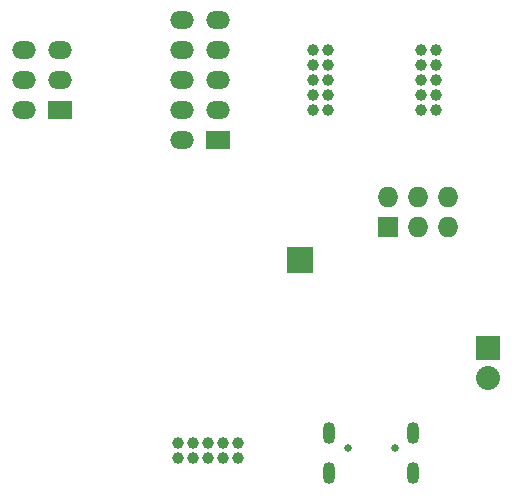
<source format=gbr>
G04 #@! TF.FileFunction,Soldermask,Bot*
%FSLAX46Y46*%
G04 Gerber Fmt 4.6, Leading zero omitted, Abs format (unit mm)*
G04 Created by KiCad (PCBNEW (2015-05-09 BZR 5648)-product) date fre 07 aug 2015 21:35:44 CEST*
%MOMM*%
G01*
G04 APERTURE LIST*
%ADD10C,0.100000*%
%ADD11R,2.000000X1.500000*%
%ADD12O,2.000000X1.500000*%
%ADD13C,1.000000*%
%ADD14O,1.050000X1.850000*%
%ADD15C,0.650000*%
%ADD16R,1.727200X1.727200*%
%ADD17O,1.727200X1.727200*%
%ADD18R,2.032000X2.032000*%
%ADD19O,2.032000X2.032000*%
%ADD20R,2.235200X2.235200*%
G04 APERTURE END LIST*
D10*
D11*
X115261200Y-96596200D03*
D12*
X112221200Y-96596200D03*
X115261200Y-94056200D03*
X112221200Y-94056200D03*
X115261200Y-91516200D03*
X112221200Y-91516200D03*
X128647000Y-88976200D03*
X125607000Y-88976200D03*
X125607000Y-91516200D03*
X128647000Y-91516200D03*
D11*
X128647000Y-99136200D03*
D12*
X125607000Y-99136200D03*
X128647000Y-96596200D03*
X125607000Y-96596200D03*
X128647000Y-94056200D03*
X125607000Y-94056200D03*
D13*
X125222000Y-124714000D03*
X125222000Y-125984000D03*
X126492000Y-124714000D03*
X126492000Y-125984000D03*
X127762000Y-124714000D03*
X127762000Y-125984000D03*
X129032000Y-124714000D03*
X129032000Y-125984000D03*
X130302000Y-124714000D03*
X130302000Y-125984000D03*
X145796000Y-96596200D03*
X147066000Y-96596200D03*
X145796000Y-95326200D03*
X147066000Y-95326200D03*
X145796000Y-94056200D03*
X147066000Y-94056200D03*
X145796000Y-92786200D03*
X147066000Y-92786200D03*
X145796000Y-91516200D03*
X147066000Y-91516200D03*
X136728200Y-96596200D03*
X137998200Y-96596200D03*
X136728200Y-95326200D03*
X137998200Y-95326200D03*
X136728200Y-94056200D03*
X137998200Y-94056200D03*
X136728200Y-92786200D03*
X137998200Y-92786200D03*
X136728200Y-91516200D03*
X137998200Y-91516200D03*
D14*
X138042700Y-127310500D03*
X145192700Y-127310500D03*
X138042700Y-123860500D03*
X145192700Y-123860500D03*
D15*
X139617700Y-125185500D03*
X143617700Y-125185500D03*
D16*
X142996920Y-106441240D03*
D17*
X142996920Y-103901240D03*
X145536920Y-106441240D03*
X145536920Y-103901240D03*
X148076920Y-106441240D03*
X148076920Y-103901240D03*
D18*
X151521160Y-116720620D03*
D19*
X151521160Y-119260620D03*
D20*
X135610600Y-109232700D03*
M02*

</source>
